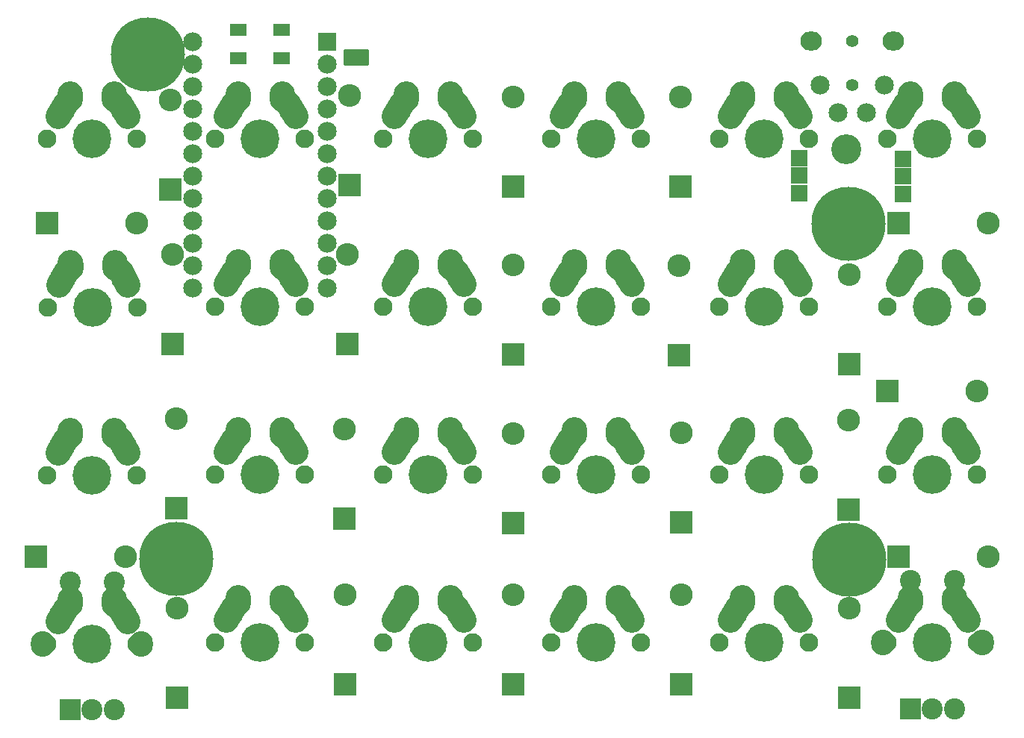
<source format=gts>
G04 #@! TF.GenerationSoftware,KiCad,Pcbnew,(5.1.4)-1*
G04 #@! TF.CreationDate,2020-03-19T20:30:50-05:00*
G04 #@! TF.ProjectId,lets_split,6c657473-5f73-4706-9c69-742e6b696361,rev?*
G04 #@! TF.SameCoordinates,Original*
G04 #@! TF.FileFunction,Soldermask,Top*
G04 #@! TF.FilePolarity,Negative*
%FSLAX46Y46*%
G04 Gerber Fmt 4.6, Leading zero omitted, Abs format (unit mm)*
G04 Created by KiCad (PCBNEW (5.1.4)-1) date 2020-03-19 20:30:50*
%MOMM*%
%LPD*%
G04 APERTURE LIST*
%ADD10C,2.900000*%
%ADD11C,2.900000*%
%ADD12C,4.387810*%
%ADD13C,2.101810*%
%ADD14C,2.152600*%
%ADD15R,2.152600X2.152600*%
%ADD16R,2.600000X2.600000*%
%ADD17O,2.600000X2.600000*%
%ADD18R,2.400000X2.400000*%
%ADD19C,2.400000*%
%ADD20O,2.700000X2.900000*%
%ADD21C,1.924000*%
%ADD22R,1.924000X1.924000*%
%ADD23C,1.390600*%
%ADD24O,2.457400X2.152600*%
%ADD25C,8.400000*%
%ADD26C,3.400000*%
%ADD27R,1.900000X1.400000*%
%ADD28C,0.300000*%
%ADD29C,0.020000*%
G04 APERTURE END LIST*
D10*
X81120000Y-80160000D03*
D11*
X81100276Y-79870672D02*
X81139724Y-80449328D01*
D10*
X87195000Y-81680000D03*
D11*
X86790184Y-80949693D02*
X87599816Y-82410307D01*
D12*
X83600000Y-84950000D03*
D13*
X78520000Y-84950000D03*
X88680000Y-84950000D03*
D10*
X80195000Y-81680000D03*
D11*
X80600453Y-80950046D02*
X79789547Y-82409954D01*
D10*
X86120000Y-80160000D03*
D11*
X86139724Y-79870672D02*
X86100276Y-80449328D01*
D14*
X56896000Y-43434000D03*
X56896000Y-45974000D03*
X56896000Y-35814000D03*
X56896000Y-38354000D03*
X56896000Y-40894000D03*
X56896000Y-48514000D03*
X56896000Y-51054000D03*
X56896000Y-53594000D03*
X56896000Y-56134000D03*
X56896000Y-58674000D03*
X56896000Y-61214000D03*
X56896000Y-63754000D03*
X72136000Y-63754000D03*
X72136000Y-61214000D03*
X72136000Y-58674000D03*
X72136000Y-56134000D03*
X72136000Y-53594000D03*
X72136000Y-51054000D03*
X72136000Y-48514000D03*
X72136000Y-45974000D03*
X72136000Y-43434000D03*
X72136000Y-40894000D03*
X72136000Y-38354000D03*
D15*
X72136000Y-35814000D03*
D16*
X54356000Y-52578000D03*
D17*
X54356000Y-42418000D03*
D16*
X40386000Y-56388000D03*
D17*
X50546000Y-56388000D03*
D16*
X55000000Y-88750000D03*
D17*
X55000000Y-78590000D03*
D16*
X39116000Y-94234000D03*
D17*
X49276000Y-94234000D03*
D16*
X74676000Y-52070000D03*
D17*
X74676000Y-41910000D03*
D16*
X54610000Y-70104000D03*
D17*
X54610000Y-59944000D03*
D16*
X74050000Y-89950000D03*
D17*
X74050000Y-79790000D03*
D16*
X55118000Y-110236000D03*
D17*
X55118000Y-100076000D03*
D16*
X93250000Y-52250000D03*
D17*
X93250000Y-42090000D03*
D16*
X74422000Y-70104000D03*
D17*
X74422000Y-59944000D03*
D16*
X93218000Y-90424000D03*
D17*
X93218000Y-80264000D03*
D16*
X74168000Y-108712000D03*
D17*
X74168000Y-98552000D03*
D16*
X112200000Y-52250000D03*
D17*
X112200000Y-42090000D03*
D16*
X93218000Y-71300000D03*
D17*
X93218000Y-61140000D03*
D16*
X112300000Y-90400000D03*
D17*
X112300000Y-80240000D03*
D16*
X93218000Y-108712000D03*
D17*
X93218000Y-98552000D03*
D16*
X131318000Y-72390000D03*
D17*
X131318000Y-62230000D03*
D16*
X112014000Y-71374000D03*
D17*
X112014000Y-61214000D03*
X131250000Y-78740000D03*
D16*
X131250000Y-88900000D03*
X112268000Y-108712000D03*
D17*
X112268000Y-98552000D03*
D16*
X136906000Y-56388000D03*
D17*
X147066000Y-56388000D03*
D16*
X135636000Y-75438000D03*
D17*
X145796000Y-75438000D03*
D16*
X136906000Y-94234000D03*
D17*
X147066000Y-94234000D03*
D16*
X131318000Y-110236000D03*
D17*
X131318000Y-100076000D03*
D18*
X42989500Y-111633000D03*
D19*
X45489500Y-111633000D03*
X47989500Y-111633000D03*
D20*
X39889500Y-104133000D03*
X51089500Y-104133000D03*
D19*
X42989500Y-97133000D03*
X47989500Y-97133000D03*
D18*
X138256000Y-111493300D03*
D19*
X140756000Y-111493300D03*
X143256000Y-111493300D03*
D20*
X135156000Y-103993300D03*
X146356000Y-103993300D03*
D19*
X138256000Y-96993300D03*
X143256000Y-96993300D03*
D21*
X137410000Y-53110000D03*
X137390000Y-49100000D03*
X137410000Y-51110000D03*
D22*
X137400000Y-49100000D03*
X137400000Y-51100000D03*
X137400000Y-53100000D03*
X137400000Y-49100000D03*
X137400000Y-51100000D03*
X137400000Y-53100000D03*
D23*
X131650000Y-40749400D03*
X131650000Y-35745600D03*
D14*
X135256800Y-40749400D03*
X130049800Y-43848200D03*
D24*
X127001800Y-35745600D03*
D14*
X133250200Y-43848200D03*
X128043200Y-40749400D03*
D24*
X136298200Y-35745600D03*
D21*
X125660000Y-53010000D03*
X125640000Y-49000000D03*
X125660000Y-51010000D03*
D22*
X125650000Y-49000000D03*
X125650000Y-51000000D03*
X125650000Y-53000000D03*
X125650000Y-49000000D03*
X125650000Y-51000000D03*
X125650000Y-53000000D03*
D25*
X131350000Y-94550000D03*
X55000000Y-94500000D03*
X51850000Y-37300000D03*
X131200000Y-56450000D03*
D26*
X131000000Y-48000000D03*
D10*
X138270000Y-99210000D03*
D11*
X138250276Y-98920672D02*
X138289724Y-99499328D01*
D10*
X144345000Y-100730000D03*
D11*
X143940184Y-99999693D02*
X144749816Y-101460307D01*
D12*
X140750000Y-104000000D03*
D13*
X135670000Y-104000000D03*
X145830000Y-104000000D03*
D10*
X137345000Y-100730000D03*
D11*
X137750453Y-100000046D02*
X136939547Y-101459954D01*
D10*
X143270000Y-99210000D03*
D11*
X143289724Y-98920672D02*
X143250276Y-99499328D01*
D10*
X138270000Y-80160000D03*
D11*
X138250276Y-79870672D02*
X138289724Y-80449328D01*
D10*
X144345000Y-81680000D03*
D11*
X143940184Y-80949693D02*
X144749816Y-82410307D01*
D12*
X140750000Y-84950000D03*
D13*
X135670000Y-84950000D03*
X145830000Y-84950000D03*
D10*
X137345000Y-81680000D03*
D11*
X137750453Y-80950046D02*
X136939547Y-82409954D01*
D10*
X143270000Y-80160000D03*
D11*
X143289724Y-79870672D02*
X143250276Y-80449328D01*
D10*
X138270000Y-61110000D03*
D11*
X138250276Y-60820672D02*
X138289724Y-61399328D01*
D10*
X144345000Y-62630000D03*
D11*
X143940184Y-61899693D02*
X144749816Y-63360307D01*
D12*
X140750000Y-65900000D03*
D13*
X135670000Y-65900000D03*
X145830000Y-65900000D03*
D10*
X137345000Y-62630000D03*
D11*
X137750453Y-61900046D02*
X136939547Y-63359954D01*
D10*
X143270000Y-61110000D03*
D11*
X143289724Y-60820672D02*
X143250276Y-61399328D01*
D10*
X138270000Y-42060000D03*
D11*
X138250276Y-41770672D02*
X138289724Y-42349328D01*
D10*
X144345000Y-43580000D03*
D11*
X143940184Y-42849693D02*
X144749816Y-44310307D01*
D12*
X140750000Y-46850000D03*
D13*
X135670000Y-46850000D03*
X145830000Y-46850000D03*
D10*
X137345000Y-43580000D03*
D11*
X137750453Y-42850046D02*
X136939547Y-44309954D01*
D10*
X143270000Y-42060000D03*
D11*
X143289724Y-41770672D02*
X143250276Y-42349328D01*
D10*
X119220000Y-99210000D03*
D11*
X119200276Y-98920672D02*
X119239724Y-99499328D01*
D10*
X125295000Y-100730000D03*
D11*
X124890184Y-99999693D02*
X125699816Y-101460307D01*
D12*
X121700000Y-104000000D03*
D13*
X116620000Y-104000000D03*
X126780000Y-104000000D03*
D10*
X118295000Y-100730000D03*
D11*
X118700453Y-100000046D02*
X117889547Y-101459954D01*
D10*
X124220000Y-99210000D03*
D11*
X124239724Y-98920672D02*
X124200276Y-99499328D01*
D10*
X119220000Y-80160000D03*
D11*
X119200276Y-79870672D02*
X119239724Y-80449328D01*
D10*
X125295000Y-81680000D03*
D11*
X124890184Y-80949693D02*
X125699816Y-82410307D01*
D12*
X121700000Y-84950000D03*
D13*
X116620000Y-84950000D03*
X126780000Y-84950000D03*
D10*
X118295000Y-81680000D03*
D11*
X118700453Y-80950046D02*
X117889547Y-82409954D01*
D10*
X124220000Y-80160000D03*
D11*
X124239724Y-79870672D02*
X124200276Y-80449328D01*
D10*
X119220000Y-61110000D03*
D11*
X119200276Y-60820672D02*
X119239724Y-61399328D01*
D10*
X125295000Y-62630000D03*
D11*
X124890184Y-61899693D02*
X125699816Y-63360307D01*
D12*
X121700000Y-65900000D03*
D13*
X116620000Y-65900000D03*
X126780000Y-65900000D03*
D10*
X118295000Y-62630000D03*
D11*
X118700453Y-61900046D02*
X117889547Y-63359954D01*
D10*
X124220000Y-61110000D03*
D11*
X124239724Y-60820672D02*
X124200276Y-61399328D01*
D10*
X119220000Y-42060000D03*
D11*
X119200276Y-41770672D02*
X119239724Y-42349328D01*
D10*
X125295000Y-43580000D03*
D11*
X124890184Y-42849693D02*
X125699816Y-44310307D01*
D12*
X121700000Y-46850000D03*
D13*
X116620000Y-46850000D03*
X126780000Y-46850000D03*
D10*
X118295000Y-43580000D03*
D11*
X118700453Y-42850046D02*
X117889547Y-44309954D01*
D10*
X124220000Y-42060000D03*
D11*
X124239724Y-41770672D02*
X124200276Y-42349328D01*
D10*
X100170000Y-99210000D03*
D11*
X100150276Y-98920672D02*
X100189724Y-99499328D01*
D10*
X106245000Y-100730000D03*
D11*
X105840184Y-99999693D02*
X106649816Y-101460307D01*
D12*
X102650000Y-104000000D03*
D13*
X97570000Y-104000000D03*
X107730000Y-104000000D03*
D10*
X99245000Y-100730000D03*
D11*
X99650453Y-100000046D02*
X98839547Y-101459954D01*
D10*
X105170000Y-99210000D03*
D11*
X105189724Y-98920672D02*
X105150276Y-99499328D01*
D10*
X100170000Y-80160000D03*
D11*
X100150276Y-79870672D02*
X100189724Y-80449328D01*
D10*
X106245000Y-81680000D03*
D11*
X105840184Y-80949693D02*
X106649816Y-82410307D01*
D12*
X102650000Y-84950000D03*
D13*
X97570000Y-84950000D03*
X107730000Y-84950000D03*
D10*
X99245000Y-81680000D03*
D11*
X99650453Y-80950046D02*
X98839547Y-82409954D01*
D10*
X105170000Y-80160000D03*
D11*
X105189724Y-79870672D02*
X105150276Y-80449328D01*
D10*
X100170000Y-61110000D03*
D11*
X100150276Y-60820672D02*
X100189724Y-61399328D01*
D10*
X106245000Y-62630000D03*
D11*
X105840184Y-61899693D02*
X106649816Y-63360307D01*
D12*
X102650000Y-65900000D03*
D13*
X97570000Y-65900000D03*
X107730000Y-65900000D03*
D10*
X99245000Y-62630000D03*
D11*
X99650453Y-61900046D02*
X98839547Y-63359954D01*
D10*
X105170000Y-61110000D03*
D11*
X105189724Y-60820672D02*
X105150276Y-61399328D01*
D10*
X100170000Y-42060000D03*
D11*
X100150276Y-41770672D02*
X100189724Y-42349328D01*
D10*
X106245000Y-43580000D03*
D11*
X105840184Y-42849693D02*
X106649816Y-44310307D01*
D12*
X102650000Y-46850000D03*
D13*
X97570000Y-46850000D03*
X107730000Y-46850000D03*
D10*
X99245000Y-43580000D03*
D11*
X99650453Y-42850046D02*
X98839547Y-44309954D01*
D10*
X105170000Y-42060000D03*
D11*
X105189724Y-41770672D02*
X105150276Y-42349328D01*
D10*
X81120000Y-99210000D03*
D11*
X81100276Y-98920672D02*
X81139724Y-99499328D01*
D10*
X87195000Y-100730000D03*
D11*
X86790184Y-99999693D02*
X87599816Y-101460307D01*
D12*
X83600000Y-104000000D03*
D13*
X78520000Y-104000000D03*
X88680000Y-104000000D03*
D10*
X80195000Y-100730000D03*
D11*
X80600453Y-100000046D02*
X79789547Y-101459954D01*
D10*
X86120000Y-99210000D03*
D11*
X86139724Y-98920672D02*
X86100276Y-99499328D01*
D10*
X81120000Y-61110000D03*
D11*
X81100276Y-60820672D02*
X81139724Y-61399328D01*
D10*
X87195000Y-62630000D03*
D11*
X86790184Y-61899693D02*
X87599816Y-63360307D01*
D12*
X83600000Y-65900000D03*
D13*
X78520000Y-65900000D03*
X88680000Y-65900000D03*
D10*
X80195000Y-62630000D03*
D11*
X80600453Y-61900046D02*
X79789547Y-63359954D01*
D10*
X86120000Y-61110000D03*
D11*
X86139724Y-60820672D02*
X86100276Y-61399328D01*
D10*
X81120000Y-42060000D03*
D11*
X81100276Y-41770672D02*
X81139724Y-42349328D01*
D10*
X87195000Y-43580000D03*
D11*
X86790184Y-42849693D02*
X87599816Y-44310307D01*
D12*
X83600000Y-46850000D03*
D13*
X78520000Y-46850000D03*
X88680000Y-46850000D03*
D10*
X80195000Y-43580000D03*
D11*
X80600453Y-42850046D02*
X79789547Y-44309954D01*
D10*
X86120000Y-42060000D03*
D11*
X86139724Y-41770672D02*
X86100276Y-42349328D01*
D10*
X62070000Y-99210000D03*
D11*
X62050276Y-98920672D02*
X62089724Y-99499328D01*
D10*
X68145000Y-100730000D03*
D11*
X67740184Y-99999693D02*
X68549816Y-101460307D01*
D12*
X64550000Y-104000000D03*
D13*
X59470000Y-104000000D03*
X69630000Y-104000000D03*
D10*
X61145000Y-100730000D03*
D11*
X61550453Y-100000046D02*
X60739547Y-101459954D01*
D10*
X67070000Y-99210000D03*
D11*
X67089724Y-98920672D02*
X67050276Y-99499328D01*
D10*
X62070000Y-80160000D03*
D11*
X62050276Y-79870672D02*
X62089724Y-80449328D01*
D10*
X68145000Y-81680000D03*
D11*
X67740184Y-80949693D02*
X68549816Y-82410307D01*
D12*
X64550000Y-84950000D03*
D13*
X59470000Y-84950000D03*
X69630000Y-84950000D03*
D10*
X61145000Y-81680000D03*
D11*
X61550453Y-80950046D02*
X60739547Y-82409954D01*
D10*
X67070000Y-80160000D03*
D11*
X67089724Y-79870672D02*
X67050276Y-80449328D01*
D10*
X62070000Y-61110000D03*
D11*
X62050276Y-60820672D02*
X62089724Y-61399328D01*
D10*
X68145000Y-62630000D03*
D11*
X67740184Y-61899693D02*
X68549816Y-63360307D01*
D12*
X64550000Y-65900000D03*
D13*
X59470000Y-65900000D03*
X69630000Y-65900000D03*
D10*
X61145000Y-62630000D03*
D11*
X61550453Y-61900046D02*
X60739547Y-63359954D01*
D10*
X67070000Y-61110000D03*
D11*
X67089724Y-60820672D02*
X67050276Y-61399328D01*
D10*
X62070000Y-42060000D03*
D11*
X62050276Y-41770672D02*
X62089724Y-42349328D01*
D10*
X68145000Y-43580000D03*
D11*
X67740184Y-42849693D02*
X68549816Y-44310307D01*
D12*
X64550000Y-46850000D03*
D13*
X59470000Y-46850000D03*
X69630000Y-46850000D03*
D10*
X61145000Y-43580000D03*
D11*
X61550453Y-42850046D02*
X60739547Y-44309954D01*
D10*
X67070000Y-42060000D03*
D11*
X67089724Y-41770672D02*
X67050276Y-42349328D01*
D10*
X43020000Y-99360000D03*
D11*
X43000276Y-99070672D02*
X43039724Y-99649328D01*
D10*
X49095000Y-100880000D03*
D11*
X48690184Y-100149693D02*
X49499816Y-101610307D01*
D12*
X45500000Y-104150000D03*
D13*
X40420000Y-104150000D03*
X50580000Y-104150000D03*
D10*
X42095000Y-100880000D03*
D11*
X42500453Y-100150046D02*
X41689547Y-101609954D01*
D10*
X48020000Y-99360000D03*
D11*
X48039724Y-99070672D02*
X48000276Y-99649328D01*
D10*
X43020000Y-80210000D03*
D11*
X43000276Y-79920672D02*
X43039724Y-80499328D01*
D10*
X49095000Y-81730000D03*
D11*
X48690184Y-80999693D02*
X49499816Y-82460307D01*
D12*
X45500000Y-85000000D03*
D13*
X40420000Y-85000000D03*
X50580000Y-85000000D03*
D10*
X42095000Y-81730000D03*
D11*
X42500453Y-81000046D02*
X41689547Y-82459954D01*
D10*
X48020000Y-80210000D03*
D11*
X48039724Y-79920672D02*
X48000276Y-80499328D01*
D10*
X43070000Y-61160000D03*
D11*
X43050276Y-60870672D02*
X43089724Y-61449328D01*
D10*
X49145000Y-62680000D03*
D11*
X48740184Y-61949693D02*
X49549816Y-63410307D01*
D12*
X45550000Y-65950000D03*
D13*
X40470000Y-65950000D03*
X50630000Y-65950000D03*
D10*
X42145000Y-62680000D03*
D11*
X42550453Y-61950046D02*
X41739547Y-63409954D01*
D10*
X48070000Y-61160000D03*
D11*
X48089724Y-60870672D02*
X48050276Y-61449328D01*
D10*
X43020000Y-42060000D03*
D11*
X43000276Y-41770672D02*
X43039724Y-42349328D01*
D10*
X49095000Y-43580000D03*
D11*
X48690184Y-42849693D02*
X49499816Y-44310307D01*
D12*
X45500000Y-46850000D03*
D13*
X40420000Y-46850000D03*
X50580000Y-46850000D03*
D10*
X42095000Y-43580000D03*
D11*
X42500453Y-42850046D02*
X41689547Y-44309954D01*
D10*
X48020000Y-42060000D03*
D11*
X48039724Y-41770672D02*
X48000276Y-42349328D01*
D27*
X66966000Y-37668000D03*
X66966000Y-34468000D03*
X62066000Y-37668000D03*
X62066000Y-34468000D03*
D28*
X76163000Y-37592000D03*
D29*
G36*
X76702018Y-36645843D02*
G01*
X76739537Y-36657224D01*
X76774114Y-36675706D01*
X76804421Y-36700579D01*
X76829294Y-36730886D01*
X76847776Y-36765463D01*
X76859157Y-36802982D01*
X76863000Y-36842000D01*
X76863000Y-38342000D01*
X76859157Y-38381018D01*
X76847776Y-38418537D01*
X76829294Y-38453114D01*
X76804421Y-38483421D01*
X76774114Y-38508294D01*
X76739537Y-38526776D01*
X76702018Y-38538157D01*
X76663000Y-38542000D01*
X75513000Y-38542000D01*
X75473982Y-38538157D01*
X75436463Y-38526776D01*
X75401886Y-38508294D01*
X75371579Y-38483421D01*
X75346706Y-38453114D01*
X75328224Y-38418537D01*
X75316843Y-38381018D01*
X75313000Y-38342000D01*
X75316843Y-38302982D01*
X75328224Y-38265463D01*
X75346590Y-38231060D01*
X75772630Y-37592000D01*
X75346590Y-36952940D01*
X75328144Y-36918343D01*
X75316802Y-36880813D01*
X75313000Y-36841791D01*
X75316884Y-36802777D01*
X75328304Y-36765270D01*
X75346822Y-36730712D01*
X75371727Y-36700431D01*
X75402060Y-36675590D01*
X75436657Y-36657144D01*
X75474187Y-36645802D01*
X75513000Y-36642000D01*
X76663000Y-36642000D01*
X76702018Y-36645843D01*
X76702018Y-36645843D01*
G37*
D28*
X74713000Y-37592000D03*
D29*
G36*
X75252018Y-36645843D02*
G01*
X75289537Y-36657224D01*
X75324114Y-36675706D01*
X75354421Y-36700579D01*
X75379410Y-36731060D01*
X75879410Y-37481060D01*
X75897856Y-37515657D01*
X75909198Y-37553187D01*
X75913000Y-37592209D01*
X75909116Y-37631223D01*
X75897696Y-37668730D01*
X75879410Y-37702940D01*
X75379410Y-38452940D01*
X75354569Y-38483273D01*
X75324288Y-38508178D01*
X75289730Y-38526696D01*
X75252223Y-38538116D01*
X75213000Y-38542000D01*
X74213000Y-38542000D01*
X74173982Y-38538157D01*
X74136463Y-38526776D01*
X74101886Y-38508294D01*
X74071579Y-38483421D01*
X74046706Y-38453114D01*
X74028224Y-38418537D01*
X74016843Y-38381018D01*
X74013000Y-38342000D01*
X74013000Y-36842000D01*
X74016843Y-36802982D01*
X74028224Y-36765463D01*
X74046706Y-36730886D01*
X74071579Y-36700579D01*
X74101886Y-36675706D01*
X74136463Y-36657224D01*
X74173982Y-36645843D01*
X74213000Y-36642000D01*
X75213000Y-36642000D01*
X75252018Y-36645843D01*
X75252018Y-36645843D01*
G37*
M02*

</source>
